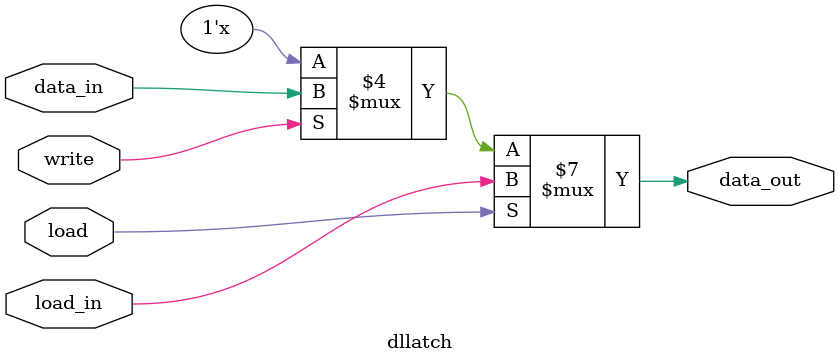
<source format=sv>
module dllatch #(
    parameter N = 1
) (
    input  logic write, load,
    input  logic [N-1:0] data_in, load_in,
    output logic [N-1:0] data_out,
);
    always begin
        if (load == 1)
            data_out <= load_in;
        else if (write == 1)
            data_out <= data_in;
    end
endmodule
</source>
